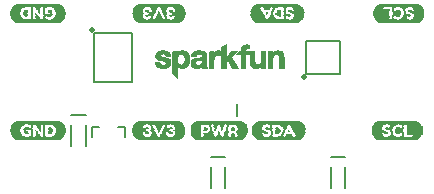
<source format=gto>
G75*
%MOIN*%
%OFA0B0*%
%FSLAX25Y25*%
%IPPOS*%
%LPD*%
%AMOC8*
5,1,8,0,0,1.08239X$1,22.5*
%
%ADD10C,0.02007*%
%ADD11C,0.00800*%
%ADD12C,0.02000*%
%ADD13C,0.00300*%
%ADD14R,0.12756X0.00157*%
%ADD15R,0.13701X0.00157*%
%ADD16R,0.14331X0.00157*%
%ADD17R,0.14961X0.00157*%
%ADD18R,0.15276X0.00157*%
%ADD19R,0.15591X0.00157*%
%ADD20R,0.15906X0.00157*%
%ADD21R,0.03780X0.00157*%
%ADD22R,0.07087X0.00157*%
%ADD23R,0.03465X0.00157*%
%ADD24R,0.01102X0.00157*%
%ADD25R,0.02362X0.00157*%
%ADD26R,0.03307X0.00157*%
%ADD27R,0.00787X0.00157*%
%ADD28R,0.00630X0.00157*%
%ADD29R,0.02047X0.00157*%
%ADD30R,0.03150X0.00157*%
%ADD31R,0.00472X0.00157*%
%ADD32R,0.01890X0.00157*%
%ADD33R,0.00315X0.00157*%
%ADD34R,0.01732X0.00157*%
%ADD35R,0.01575X0.00157*%
%ADD36R,0.01417X0.00157*%
%ADD37R,0.01260X0.00157*%
%ADD38R,0.04409X0.00157*%
%ADD39R,0.00945X0.00157*%
%ADD40R,0.03622X0.00157*%
%ADD41R,0.02205X0.00157*%
%ADD42R,0.05039X0.00157*%
%ADD43R,0.00157X0.00157*%
%ADD44R,0.02992X0.00157*%
%ADD45R,0.02520X0.00157*%
%ADD46R,0.14646X0.00157*%
%ADD47R,0.16220X0.00157*%
%ADD48R,0.16535X0.00157*%
%ADD49R,0.16850X0.00157*%
%ADD50R,0.04252X0.00157*%
%ADD51R,0.11969X0.00157*%
%ADD52R,0.04094X0.00157*%
%ADD53R,0.02835X0.00157*%
%ADD54R,0.03937X0.00157*%
%ADD55R,0.12126X0.00157*%
%ADD56R,0.13071X0.00157*%
%ADD57R,0.04882X0.00157*%
%ADD58R,0.05197X0.00157*%
%ADD59R,0.02677X0.00157*%
%ADD60R,0.14016X0.00157*%
%ADD61R,0.04567X0.00157*%
%ADD62R,0.05354X0.00157*%
%ADD63R,0.17165X0.00157*%
%ADD64R,0.17480X0.00157*%
%ADD65R,0.06614X0.00157*%
%ADD66R,0.06772X0.00157*%
D10*
X0171247Y0360455D03*
D11*
X0210873Y0314943D02*
X0210873Y0307857D01*
X0215794Y0307857D02*
X0215794Y0314943D01*
X0215794Y0318369D02*
X0210873Y0318369D01*
X0219583Y0332025D02*
X0219583Y0335775D01*
X0242658Y0345925D02*
X0242658Y0356875D01*
X0254008Y0356875D01*
X0254008Y0345925D01*
X0242658Y0345925D01*
X0250873Y0318369D02*
X0255794Y0318369D01*
X0255794Y0314943D02*
X0255794Y0307857D01*
X0250873Y0307857D02*
X0250873Y0314943D01*
X0182345Y0325006D02*
X0182345Y0328156D01*
X0179983Y0328156D01*
X0173684Y0328156D02*
X0171322Y0328156D01*
X0171322Y0325006D01*
X0169294Y0321857D02*
X0169294Y0328943D01*
X0169294Y0332369D02*
X0164373Y0332369D01*
X0164373Y0328943D02*
X0164373Y0321857D01*
X0172034Y0343132D02*
X0184633Y0343132D01*
X0184633Y0359668D01*
X0172034Y0359668D01*
X0172034Y0343132D01*
D12*
X0241958Y0345025D03*
D13*
X0235176Y0348051D02*
X0233640Y0348051D01*
X0233640Y0351515D01*
X0233601Y0351791D01*
X0233522Y0352027D01*
X0233404Y0352224D01*
X0233286Y0352381D01*
X0233129Y0352499D01*
X0232656Y0352578D01*
X0232105Y0352499D01*
X0231908Y0352381D01*
X0231751Y0352184D01*
X0231633Y0351988D01*
X0231554Y0351712D01*
X0231475Y0351358D01*
X0231475Y0348051D01*
X0229940Y0348051D01*
X0229940Y0352932D01*
X0229979Y0353641D01*
X0231396Y0353641D01*
X0231396Y0352854D01*
X0231436Y0352854D01*
X0231593Y0353090D01*
X0231751Y0353287D01*
X0231987Y0353444D01*
X0232184Y0353562D01*
X0232656Y0353720D01*
X0233129Y0353799D01*
X0233680Y0353720D01*
X0234152Y0353602D01*
X0234507Y0353405D01*
X0234743Y0353169D01*
X0234940Y0352814D01*
X0235097Y0352421D01*
X0235136Y0351988D01*
X0235176Y0351476D01*
X0235176Y0348051D01*
X0235176Y0348341D02*
X0233640Y0348341D01*
X0233640Y0348639D02*
X0235176Y0348639D01*
X0235176Y0348938D02*
X0233640Y0348938D01*
X0233640Y0349237D02*
X0235176Y0349237D01*
X0235176Y0349535D02*
X0233640Y0349535D01*
X0233640Y0349834D02*
X0235176Y0349834D01*
X0235176Y0350132D02*
X0233640Y0350132D01*
X0233640Y0350431D02*
X0235176Y0350431D01*
X0235176Y0350729D02*
X0233640Y0350729D01*
X0233640Y0351028D02*
X0235176Y0351028D01*
X0235176Y0351326D02*
X0233640Y0351326D01*
X0233625Y0351625D02*
X0235164Y0351625D01*
X0235141Y0351923D02*
X0233557Y0351923D01*
X0233406Y0352222D02*
X0235115Y0352222D01*
X0235057Y0352520D02*
X0233004Y0352520D01*
X0232250Y0352520D02*
X0229940Y0352520D01*
X0229940Y0352222D02*
X0231780Y0352222D01*
X0231614Y0351923D02*
X0229940Y0351923D01*
X0229940Y0351625D02*
X0231534Y0351625D01*
X0231475Y0351326D02*
X0229940Y0351326D01*
X0229940Y0351028D02*
X0231475Y0351028D01*
X0231475Y0350729D02*
X0229940Y0350729D01*
X0229940Y0350431D02*
X0231475Y0350431D01*
X0231475Y0350132D02*
X0229940Y0350132D01*
X0229940Y0349834D02*
X0231475Y0349834D01*
X0231475Y0349535D02*
X0229940Y0349535D01*
X0229940Y0349237D02*
X0231475Y0349237D01*
X0231475Y0348938D02*
X0229940Y0348938D01*
X0229940Y0348639D02*
X0231475Y0348639D01*
X0231475Y0348341D02*
X0229940Y0348341D01*
X0229113Y0348341D02*
X0227656Y0348341D01*
X0227656Y0348051D02*
X0227656Y0348838D01*
X0227499Y0348602D01*
X0227302Y0348444D01*
X0227105Y0348247D01*
X0226908Y0348129D01*
X0226436Y0347972D01*
X0226199Y0347932D01*
X0225924Y0347893D01*
X0225373Y0347972D01*
X0224940Y0348090D01*
X0224585Y0348287D01*
X0224310Y0348523D01*
X0224113Y0348877D01*
X0223995Y0349271D01*
X0223916Y0349704D01*
X0223916Y0353641D01*
X0225451Y0353641D01*
X0225451Y0350177D01*
X0225491Y0349901D01*
X0225570Y0349665D01*
X0225648Y0349468D01*
X0225806Y0349310D01*
X0225963Y0349192D01*
X0226160Y0349153D01*
X0226436Y0349114D01*
X0226711Y0349153D01*
X0226948Y0349192D01*
X0227144Y0349310D01*
X0227341Y0349507D01*
X0227459Y0349704D01*
X0227538Y0349980D01*
X0227577Y0350334D01*
X0227617Y0350728D01*
X0227617Y0353641D01*
X0229113Y0353641D01*
X0229113Y0348051D01*
X0227656Y0348051D01*
X0227199Y0348341D02*
X0224522Y0348341D01*
X0224245Y0348639D02*
X0227524Y0348639D01*
X0227656Y0348639D02*
X0229113Y0348639D01*
X0229113Y0348938D02*
X0224095Y0348938D01*
X0224005Y0349237D02*
X0225904Y0349237D01*
X0225621Y0349535D02*
X0223947Y0349535D01*
X0223916Y0349834D02*
X0225513Y0349834D01*
X0225458Y0350132D02*
X0223916Y0350132D01*
X0223916Y0350431D02*
X0225451Y0350431D01*
X0225451Y0350729D02*
X0223916Y0350729D01*
X0223916Y0351028D02*
X0225451Y0351028D01*
X0225451Y0351326D02*
X0223916Y0351326D01*
X0223916Y0351625D02*
X0225451Y0351625D01*
X0225451Y0351923D02*
X0223916Y0351923D01*
X0223916Y0352222D02*
X0225451Y0352222D01*
X0225451Y0352520D02*
X0223916Y0352520D01*
X0223916Y0352819D02*
X0225451Y0352819D01*
X0225451Y0353117D02*
X0223916Y0353117D01*
X0223916Y0353416D02*
X0225451Y0353416D01*
X0223483Y0353416D02*
X0220203Y0353416D01*
X0220136Y0353366D02*
X0220294Y0353484D01*
X0220412Y0353641D01*
X0220885Y0353641D01*
X0220885Y0354074D01*
X0220924Y0354429D01*
X0221003Y0354744D01*
X0221160Y0355019D01*
X0221357Y0355255D01*
X0221593Y0355492D01*
X0221908Y0355610D01*
X0222302Y0355728D01*
X0222735Y0355767D01*
X0223050Y0355767D01*
X0223168Y0355728D01*
X0223562Y0355728D01*
X0223562Y0354586D01*
X0222853Y0354586D01*
X0222617Y0354507D01*
X0222538Y0354468D01*
X0222499Y0354350D01*
X0222459Y0354271D01*
X0222420Y0354114D01*
X0222420Y0353641D01*
X0223483Y0353641D01*
X0223483Y0352618D01*
X0222420Y0352618D01*
X0222420Y0348051D01*
X0220885Y0348051D01*
X0220885Y0352618D01*
X0219388Y0352618D01*
X0219625Y0352854D01*
X0219782Y0352972D01*
X0219900Y0353129D01*
X0220136Y0353366D01*
X0219891Y0353117D02*
X0223483Y0353117D01*
X0223483Y0352819D02*
X0219590Y0352819D01*
X0219169Y0353117D02*
X0217389Y0353117D01*
X0217102Y0352819D02*
X0218865Y0352819D01*
X0218561Y0352520D02*
X0216815Y0352520D01*
X0216529Y0352222D02*
X0218257Y0352222D01*
X0217952Y0351923D02*
X0216242Y0351923D01*
X0215963Y0351923D02*
X0214467Y0351923D01*
X0214467Y0351625D02*
X0217648Y0351625D01*
X0217617Y0351594D02*
X0219940Y0348051D01*
X0218089Y0348051D01*
X0216554Y0350570D01*
X0215963Y0349980D01*
X0215963Y0348051D01*
X0214467Y0348051D01*
X0214467Y0354901D01*
X0215963Y0355767D01*
X0215963Y0351633D01*
X0217892Y0353641D01*
X0219703Y0353641D01*
X0217617Y0351594D01*
X0217792Y0351326D02*
X0214467Y0351326D01*
X0214467Y0351028D02*
X0217988Y0351028D01*
X0218184Y0350729D02*
X0214467Y0350729D01*
X0214467Y0350431D02*
X0216414Y0350431D01*
X0216639Y0350431D02*
X0218379Y0350431D01*
X0218575Y0350132D02*
X0216821Y0350132D01*
X0217003Y0349834D02*
X0218771Y0349834D01*
X0218966Y0349535D02*
X0217185Y0349535D01*
X0217367Y0349237D02*
X0219162Y0349237D01*
X0219358Y0348938D02*
X0217548Y0348938D01*
X0217730Y0348639D02*
X0219554Y0348639D01*
X0219749Y0348341D02*
X0217912Y0348341D01*
X0215963Y0348341D02*
X0214467Y0348341D01*
X0214467Y0348639D02*
X0215963Y0348639D01*
X0215963Y0348938D02*
X0214467Y0348938D01*
X0214467Y0349237D02*
X0215963Y0349237D01*
X0215963Y0349535D02*
X0214467Y0349535D01*
X0214467Y0349834D02*
X0215963Y0349834D01*
X0216116Y0350132D02*
X0214467Y0350132D01*
X0214467Y0352222D02*
X0215963Y0352222D01*
X0215963Y0352520D02*
X0214467Y0352520D01*
X0214467Y0352819D02*
X0215963Y0352819D01*
X0215963Y0353117D02*
X0214467Y0353117D01*
X0214467Y0353416D02*
X0215963Y0353416D01*
X0215963Y0353714D02*
X0214467Y0353714D01*
X0214467Y0354013D02*
X0215963Y0354013D01*
X0215963Y0354311D02*
X0214467Y0354311D01*
X0214467Y0354610D02*
X0215963Y0354610D01*
X0215963Y0354908D02*
X0214480Y0354908D01*
X0214995Y0355207D02*
X0215963Y0355207D01*
X0215963Y0355505D02*
X0215511Y0355505D01*
X0213798Y0353759D02*
X0213837Y0353720D01*
X0213837Y0352303D01*
X0213798Y0352303D01*
X0213719Y0352342D01*
X0213286Y0352342D01*
X0212892Y0352303D01*
X0212577Y0352224D01*
X0212341Y0352066D01*
X0212105Y0351830D01*
X0211869Y0351279D01*
X0211790Y0350925D01*
X0211790Y0348051D01*
X0210255Y0348051D01*
X0210255Y0353366D01*
X0210648Y0353444D01*
X0210806Y0353484D01*
X0211003Y0353484D01*
X0211199Y0353523D01*
X0211357Y0353562D01*
X0211554Y0353602D01*
X0211711Y0353641D01*
X0211711Y0352578D01*
X0211751Y0352578D01*
X0211869Y0352854D01*
X0212026Y0353090D01*
X0212223Y0353287D01*
X0212696Y0353602D01*
X0213247Y0353759D01*
X0213798Y0353759D01*
X0213837Y0353714D02*
X0213089Y0353714D01*
X0212416Y0353416D02*
X0213837Y0353416D01*
X0213837Y0353117D02*
X0212053Y0353117D01*
X0211711Y0353117D02*
X0210255Y0353117D01*
X0210255Y0352819D02*
X0211711Y0352819D01*
X0211854Y0352819D02*
X0213837Y0352819D01*
X0213837Y0352520D02*
X0210255Y0352520D01*
X0210255Y0352222D02*
X0212574Y0352222D01*
X0212198Y0351923D02*
X0210255Y0351923D01*
X0210255Y0351625D02*
X0212017Y0351625D01*
X0211889Y0351326D02*
X0210255Y0351326D01*
X0210255Y0351028D02*
X0211813Y0351028D01*
X0211790Y0350729D02*
X0210255Y0350729D01*
X0210255Y0350431D02*
X0211790Y0350431D01*
X0211790Y0350132D02*
X0210255Y0350132D01*
X0210255Y0349834D02*
X0211790Y0349834D01*
X0211790Y0349535D02*
X0210255Y0349535D01*
X0210255Y0349237D02*
X0211790Y0349237D01*
X0211790Y0348938D02*
X0210255Y0348938D01*
X0210255Y0348639D02*
X0211790Y0348639D01*
X0211790Y0348341D02*
X0210255Y0348341D01*
X0209585Y0348090D02*
X0209585Y0348051D01*
X0208050Y0348051D01*
X0208050Y0348129D01*
X0208010Y0348169D01*
X0208010Y0348208D01*
X0207971Y0348247D01*
X0207971Y0348484D01*
X0207932Y0348523D01*
X0207932Y0348602D01*
X0207853Y0348523D01*
X0207774Y0348405D01*
X0207656Y0348326D01*
X0207538Y0348287D01*
X0207420Y0348208D01*
X0207341Y0348169D01*
X0207223Y0348090D01*
X0207105Y0348051D01*
X0206948Y0348011D01*
X0206829Y0347972D01*
X0206711Y0347972D01*
X0206593Y0347932D01*
X0206318Y0347932D01*
X0206199Y0347893D01*
X0205885Y0347893D01*
X0205688Y0347932D01*
X0205491Y0347932D01*
X0205333Y0348011D01*
X0205176Y0348051D01*
X0204861Y0348208D01*
X0204743Y0348287D01*
X0204507Y0348523D01*
X0204388Y0348681D01*
X0204310Y0348838D01*
X0204231Y0349153D01*
X0204192Y0349350D01*
X0204192Y0349547D01*
X0204231Y0349980D01*
X0204349Y0350334D01*
X0204546Y0350610D01*
X0204782Y0350846D01*
X0205058Y0351003D01*
X0205373Y0351121D01*
X0205727Y0351200D01*
X0206042Y0351240D01*
X0206357Y0350413D01*
X0205963Y0350216D01*
X0205806Y0350058D01*
X0205727Y0349901D01*
X0205727Y0349744D01*
X0205688Y0349625D01*
X0205727Y0349547D01*
X0205727Y0349468D01*
X0205766Y0349350D01*
X0205766Y0349310D01*
X0205806Y0349232D01*
X0205924Y0349114D01*
X0206003Y0349074D01*
X0206042Y0349035D01*
X0206121Y0348995D01*
X0206199Y0348995D01*
X0206278Y0348956D01*
X0206869Y0348956D01*
X0207341Y0349074D01*
X0207459Y0349153D01*
X0207656Y0349350D01*
X0207696Y0349468D01*
X0207774Y0349547D01*
X0207814Y0349665D01*
X0207814Y0349783D01*
X0207853Y0349862D01*
X0207853Y0349980D01*
X0207892Y0350058D01*
X0207892Y0350806D01*
X0207814Y0350767D01*
X0207774Y0350728D01*
X0207696Y0350688D01*
X0207656Y0350649D01*
X0207577Y0350649D01*
X0207420Y0350570D01*
X0207223Y0350570D01*
X0207066Y0351397D01*
X0207341Y0351436D01*
X0207577Y0351515D01*
X0207735Y0351633D01*
X0207853Y0351791D01*
X0207892Y0351988D01*
X0207892Y0352106D01*
X0207853Y0352224D01*
X0207853Y0352303D01*
X0207774Y0352460D01*
X0207656Y0352578D01*
X0207420Y0352696D01*
X0207341Y0352696D01*
X0207262Y0352736D01*
X0206987Y0352736D01*
X0206908Y0352775D01*
X0206790Y0352736D01*
X0206593Y0352736D01*
X0206475Y0352696D01*
X0206396Y0352696D01*
X0206239Y0352618D01*
X0206003Y0352381D01*
X0205924Y0352224D01*
X0205924Y0352106D01*
X0205885Y0352027D01*
X0205885Y0351909D01*
X0204349Y0351909D01*
X0204388Y0352184D01*
X0204428Y0352381D01*
X0204507Y0352618D01*
X0204625Y0352814D01*
X0204743Y0352972D01*
X0204900Y0353129D01*
X0205215Y0353366D01*
X0205412Y0353484D01*
X0205806Y0353641D01*
X0206514Y0353759D01*
X0207381Y0353759D01*
X0207617Y0353720D01*
X0207814Y0353720D01*
X0208010Y0353681D01*
X0208247Y0353602D01*
X0208404Y0353562D01*
X0208601Y0353484D01*
X0208759Y0353405D01*
X0208916Y0353287D01*
X0209192Y0353011D01*
X0209270Y0352814D01*
X0209349Y0352657D01*
X0209428Y0352184D01*
X0209428Y0348641D01*
X0209467Y0348562D01*
X0209467Y0348405D01*
X0209507Y0348326D01*
X0209507Y0348287D01*
X0209546Y0348208D01*
X0209546Y0348169D01*
X0209585Y0348090D01*
X0209499Y0348341D02*
X0207971Y0348341D01*
X0207678Y0348341D02*
X0204689Y0348341D01*
X0204419Y0348639D02*
X0209429Y0348639D01*
X0209428Y0348938D02*
X0204285Y0348938D01*
X0204214Y0349237D02*
X0205803Y0349237D01*
X0205727Y0349535D02*
X0204192Y0349535D01*
X0204218Y0349834D02*
X0205727Y0349834D01*
X0205879Y0350132D02*
X0204282Y0350132D01*
X0204418Y0350431D02*
X0206350Y0350431D01*
X0206471Y0350431D01*
X0206436Y0350413D02*
X0206357Y0350413D01*
X0206042Y0351240D01*
X0206396Y0351318D01*
X0206751Y0351358D01*
X0207066Y0351397D01*
X0207223Y0350570D01*
X0207144Y0350531D01*
X0206987Y0350531D01*
X0206869Y0350492D01*
X0206711Y0350492D01*
X0206593Y0350452D01*
X0206514Y0350452D01*
X0206436Y0350413D01*
X0206236Y0350729D02*
X0207193Y0350729D01*
X0207776Y0350729D01*
X0207892Y0350729D02*
X0209428Y0350729D01*
X0209428Y0350431D02*
X0207892Y0350431D01*
X0207892Y0350132D02*
X0209428Y0350132D01*
X0209428Y0349834D02*
X0207839Y0349834D01*
X0207763Y0349535D02*
X0209428Y0349535D01*
X0209428Y0349237D02*
X0207543Y0349237D01*
X0207072Y0348042D02*
X0205208Y0348042D01*
X0203404Y0349232D02*
X0202066Y0349862D01*
X0201751Y0349389D01*
X0201514Y0349232D01*
X0201239Y0349114D01*
X0200885Y0349074D01*
X0200530Y0349114D01*
X0200255Y0349232D01*
X0200018Y0349389D01*
X0199703Y0349862D01*
X0199546Y0350492D01*
X0199546Y0351161D01*
X0199703Y0351791D01*
X0199822Y0352066D01*
X0200018Y0352303D01*
X0200255Y0352460D01*
X0200530Y0352578D01*
X0200885Y0352618D01*
X0201199Y0352578D01*
X0201475Y0352460D01*
X0201711Y0352303D01*
X0201908Y0352066D01*
X0202026Y0351791D01*
X0202144Y0351476D01*
X0202223Y0350846D01*
X0203719Y0350806D01*
X0203719Y0351358D01*
X0203601Y0351909D01*
X0203404Y0352421D01*
X0203129Y0352893D01*
X0202774Y0353247D01*
X0202341Y0353523D01*
X0201829Y0353720D01*
X0201199Y0353799D01*
X0200491Y0353681D01*
X0200255Y0353562D01*
X0199861Y0353326D01*
X0199546Y0352932D01*
X0199546Y0353641D01*
X0199349Y0353602D01*
X0199192Y0353562D01*
X0198798Y0353484D01*
X0198640Y0353484D01*
X0198444Y0353444D01*
X0198286Y0353405D01*
X0198089Y0353366D01*
X0198089Y0346121D01*
X0198286Y0345925D01*
X0198483Y0345767D01*
X0198837Y0345413D01*
X0199231Y0345098D01*
X0199428Y0344901D01*
X0199625Y0344744D01*
X0199625Y0348759D01*
X0199782Y0348562D01*
X0199940Y0348405D01*
X0200136Y0348247D01*
X0200333Y0348129D01*
X0200806Y0347972D01*
X0201042Y0347932D01*
X0201278Y0347932D01*
X0201869Y0347972D01*
X0202381Y0348169D01*
X0202774Y0348444D01*
X0203129Y0348799D01*
X0203404Y0349232D01*
X0202066Y0349862D01*
X0202144Y0350177D01*
X0202184Y0350492D01*
X0202223Y0350846D01*
X0203719Y0350806D01*
X0203680Y0350255D01*
X0203601Y0349704D01*
X0203404Y0349232D01*
X0203406Y0349237D02*
X0203394Y0349237D01*
X0201522Y0349237D01*
X0201848Y0349535D02*
X0202760Y0349535D01*
X0203531Y0349535D01*
X0203620Y0349834D02*
X0202125Y0349834D01*
X0202047Y0349834D01*
X0202133Y0350132D02*
X0203662Y0350132D01*
X0203692Y0350431D02*
X0202176Y0350431D01*
X0202210Y0350729D02*
X0203714Y0350729D01*
X0203719Y0351028D02*
X0202200Y0351028D01*
X0202163Y0351326D02*
X0203719Y0351326D01*
X0203662Y0351625D02*
X0202089Y0351625D01*
X0201970Y0351923D02*
X0203596Y0351923D01*
X0203481Y0352222D02*
X0201779Y0352222D01*
X0201335Y0352520D02*
X0203346Y0352520D01*
X0203172Y0352819D02*
X0198089Y0352819D01*
X0198089Y0353117D02*
X0199546Y0353117D01*
X0199694Y0353117D02*
X0202905Y0353117D01*
X0202510Y0353416D02*
X0200010Y0353416D01*
X0199546Y0353416D02*
X0198329Y0353416D01*
X0198089Y0352520D02*
X0200395Y0352520D01*
X0199951Y0352222D02*
X0198089Y0352222D01*
X0198089Y0351923D02*
X0199760Y0351923D01*
X0199662Y0351625D02*
X0198089Y0351625D01*
X0198089Y0351326D02*
X0199587Y0351326D01*
X0199546Y0351028D02*
X0198089Y0351028D01*
X0198089Y0350729D02*
X0199546Y0350729D01*
X0199561Y0350431D02*
X0198089Y0350431D01*
X0198089Y0350132D02*
X0199636Y0350132D01*
X0199722Y0349834D02*
X0198089Y0349834D01*
X0198089Y0349535D02*
X0199921Y0349535D01*
X0200247Y0349237D02*
X0198089Y0349237D01*
X0198089Y0348938D02*
X0203217Y0348938D01*
X0202969Y0348639D02*
X0199720Y0348639D01*
X0199625Y0348639D02*
X0198089Y0348639D01*
X0198089Y0348341D02*
X0199625Y0348341D01*
X0199625Y0348042D02*
X0198089Y0348042D01*
X0198089Y0347744D02*
X0199625Y0347744D01*
X0199625Y0347445D02*
X0198089Y0347445D01*
X0198089Y0347147D02*
X0199625Y0347147D01*
X0199625Y0346848D02*
X0198089Y0346848D01*
X0198089Y0346550D02*
X0199625Y0346550D01*
X0199625Y0346251D02*
X0198089Y0346251D01*
X0198258Y0345953D02*
X0199625Y0345953D01*
X0199625Y0345654D02*
X0198596Y0345654D01*
X0198908Y0345356D02*
X0199625Y0345356D01*
X0199625Y0345057D02*
X0199271Y0345057D01*
X0199606Y0344759D02*
X0199625Y0344759D01*
X0200594Y0348042D02*
X0202052Y0348042D01*
X0202627Y0348341D02*
X0200020Y0348341D01*
X0197420Y0349350D02*
X0197223Y0348956D01*
X0196987Y0348602D01*
X0196672Y0348366D01*
X0196278Y0348169D01*
X0195845Y0348011D01*
X0195373Y0347932D01*
X0194428Y0347932D01*
X0193955Y0348011D01*
X0193522Y0348169D01*
X0193129Y0348366D01*
X0192814Y0348602D01*
X0192538Y0348956D01*
X0192381Y0349389D01*
X0192302Y0349862D01*
X0193759Y0349862D01*
X0193798Y0349625D01*
X0193877Y0349468D01*
X0193955Y0349271D01*
X0194113Y0349153D01*
X0194507Y0348995D01*
X0194703Y0348956D01*
X0194940Y0348917D01*
X0195097Y0348956D01*
X0195255Y0348956D01*
X0195451Y0349035D01*
X0195609Y0349074D01*
X0195845Y0349310D01*
X0195924Y0349468D01*
X0195924Y0349665D01*
X0195885Y0349822D01*
X0195806Y0349940D01*
X0195688Y0350058D01*
X0195491Y0350177D01*
X0194940Y0350334D01*
X0194585Y0350413D01*
X0194192Y0350492D01*
X0193877Y0350610D01*
X0193562Y0350688D01*
X0193247Y0350806D01*
X0192971Y0350964D01*
X0192577Y0351358D01*
X0192459Y0351673D01*
X0192420Y0351988D01*
X0192499Y0352499D01*
X0192656Y0352893D01*
X0192892Y0353169D01*
X0193207Y0353405D01*
X0193562Y0353602D01*
X0193955Y0353720D01*
X0194388Y0353759D01*
X0194861Y0353799D01*
X0195727Y0353720D01*
X0196121Y0353602D01*
X0196475Y0353405D01*
X0196790Y0353169D01*
X0197066Y0352854D01*
X0197223Y0352460D01*
X0197302Y0352027D01*
X0195845Y0352027D01*
X0195806Y0352224D01*
X0195766Y0352381D01*
X0195530Y0352618D01*
X0195373Y0352696D01*
X0195215Y0352736D01*
X0195018Y0352775D01*
X0194664Y0352775D01*
X0194546Y0352736D01*
X0194388Y0352736D01*
X0194270Y0352696D01*
X0194034Y0352539D01*
X0193995Y0352421D01*
X0193955Y0352263D01*
X0193995Y0352066D01*
X0194113Y0351909D01*
X0194270Y0351791D01*
X0194507Y0351712D01*
X0195058Y0351555D01*
X0195373Y0351515D01*
X0195688Y0351436D01*
X0196042Y0351358D01*
X0196357Y0351240D01*
X0196633Y0351121D01*
X0196908Y0350964D01*
X0197144Y0350767D01*
X0197302Y0350531D01*
X0197420Y0350216D01*
X0197459Y0349862D01*
X0197420Y0349350D01*
X0197363Y0349237D02*
X0195771Y0349237D01*
X0195924Y0349535D02*
X0197434Y0349535D01*
X0197457Y0349834D02*
X0195877Y0349834D01*
X0195565Y0350132D02*
X0197429Y0350132D01*
X0197339Y0350431D02*
X0194497Y0350431D01*
X0193763Y0349834D02*
X0192307Y0349834D01*
X0192356Y0349535D02*
X0193843Y0349535D01*
X0194001Y0349237D02*
X0192436Y0349237D01*
X0192552Y0348938D02*
X0194812Y0348938D01*
X0195025Y0348938D02*
X0197211Y0348938D01*
X0197012Y0348639D02*
X0192784Y0348639D01*
X0193178Y0348341D02*
X0196623Y0348341D01*
X0195931Y0348042D02*
X0193869Y0348042D01*
X0193453Y0350729D02*
X0197170Y0350729D01*
X0196797Y0351028D02*
X0192908Y0351028D01*
X0192609Y0351326D02*
X0196126Y0351326D01*
X0195806Y0352222D02*
X0197266Y0352222D01*
X0197199Y0352520D02*
X0195628Y0352520D01*
X0195746Y0353714D02*
X0193936Y0353714D01*
X0193227Y0353416D02*
X0196456Y0353416D01*
X0196835Y0353117D02*
X0192848Y0353117D01*
X0192626Y0352819D02*
X0197080Y0352819D01*
X0194812Y0351625D02*
X0192477Y0351625D01*
X0192428Y0351923D02*
X0194102Y0351923D01*
X0193964Y0352222D02*
X0192456Y0352222D01*
X0192507Y0352520D02*
X0194028Y0352520D01*
X0200693Y0353714D02*
X0201844Y0353714D01*
X0204474Y0352520D02*
X0206141Y0352520D01*
X0205924Y0352222D02*
X0204396Y0352222D01*
X0204351Y0351923D02*
X0205885Y0351923D01*
X0206466Y0351326D02*
X0207079Y0351326D01*
X0209428Y0351326D01*
X0209428Y0351028D02*
X0207136Y0351028D01*
X0206123Y0351028D01*
X0205122Y0351028D01*
X0204665Y0350729D02*
X0206236Y0350729D01*
X0207723Y0351625D02*
X0209428Y0351625D01*
X0209428Y0351923D02*
X0207879Y0351923D01*
X0207854Y0352222D02*
X0209422Y0352222D01*
X0209372Y0352520D02*
X0207714Y0352520D01*
X0207842Y0353714D02*
X0206244Y0353714D01*
X0205299Y0353416D02*
X0208737Y0353416D01*
X0209086Y0353117D02*
X0204888Y0353117D01*
X0204628Y0352819D02*
X0209269Y0352819D01*
X0210505Y0353416D02*
X0211711Y0353416D01*
X0217676Y0353416D02*
X0219474Y0353416D01*
X0220885Y0353714D02*
X0222420Y0353714D01*
X0222420Y0354013D02*
X0220885Y0354013D01*
X0220911Y0354311D02*
X0222479Y0354311D01*
X0223562Y0354610D02*
X0220969Y0354610D01*
X0221097Y0354908D02*
X0223562Y0354908D01*
X0223562Y0355207D02*
X0221316Y0355207D01*
X0221630Y0355505D02*
X0223562Y0355505D01*
X0222420Y0352520D02*
X0220885Y0352520D01*
X0220885Y0352222D02*
X0222420Y0352222D01*
X0222420Y0351923D02*
X0220885Y0351923D01*
X0220885Y0351625D02*
X0222420Y0351625D01*
X0222420Y0351326D02*
X0220885Y0351326D01*
X0220885Y0351028D02*
X0222420Y0351028D01*
X0222420Y0350729D02*
X0220885Y0350729D01*
X0220885Y0350431D02*
X0222420Y0350431D01*
X0222420Y0350132D02*
X0220885Y0350132D01*
X0220885Y0349834D02*
X0222420Y0349834D01*
X0222420Y0349535D02*
X0220885Y0349535D01*
X0220885Y0349237D02*
X0222420Y0349237D01*
X0222420Y0348938D02*
X0220885Y0348938D01*
X0220885Y0348639D02*
X0222420Y0348639D01*
X0222420Y0348341D02*
X0220885Y0348341D01*
X0225114Y0348042D02*
X0226648Y0348042D01*
X0227021Y0349237D02*
X0229113Y0349237D01*
X0229113Y0349535D02*
X0227358Y0349535D01*
X0227496Y0349834D02*
X0229113Y0349834D01*
X0229113Y0350132D02*
X0227555Y0350132D01*
X0227587Y0350431D02*
X0229113Y0350431D01*
X0229113Y0350729D02*
X0227617Y0350729D01*
X0227617Y0351028D02*
X0229113Y0351028D01*
X0229113Y0351326D02*
X0227617Y0351326D01*
X0227617Y0351625D02*
X0229113Y0351625D01*
X0229113Y0351923D02*
X0227617Y0351923D01*
X0227617Y0352222D02*
X0229113Y0352222D01*
X0229113Y0352520D02*
X0227617Y0352520D01*
X0227617Y0352819D02*
X0229113Y0352819D01*
X0229113Y0353117D02*
X0227617Y0353117D01*
X0227617Y0353416D02*
X0229113Y0353416D01*
X0229966Y0353416D02*
X0231396Y0353416D01*
X0231396Y0353117D02*
X0229950Y0353117D01*
X0229940Y0352819D02*
X0234937Y0352819D01*
X0234771Y0353117D02*
X0231615Y0353117D01*
X0231944Y0353416D02*
X0234487Y0353416D01*
X0233703Y0353714D02*
X0232639Y0353714D01*
D14*
X0193621Y0362750D03*
X0193621Y0369050D03*
X0193546Y0330050D03*
X0193546Y0323750D03*
D15*
X0193546Y0323908D03*
X0193546Y0329892D03*
X0153361Y0330050D03*
X0153361Y0323750D03*
X0153306Y0362750D03*
X0153306Y0369050D03*
X0193621Y0368892D03*
X0193621Y0362908D03*
X0273593Y0363065D03*
X0273593Y0368735D03*
X0273073Y0329735D03*
X0273073Y0324065D03*
D16*
X0273073Y0324223D03*
X0273073Y0329577D03*
X0273593Y0363223D03*
X0273593Y0368577D03*
X0213676Y0330050D03*
X0213676Y0323750D03*
X0193546Y0324065D03*
X0193546Y0329735D03*
X0193621Y0363065D03*
X0193621Y0368735D03*
D17*
X0193621Y0368577D03*
X0193621Y0363223D03*
X0193546Y0329577D03*
X0193546Y0324223D03*
X0273073Y0324538D03*
X0273073Y0329262D03*
X0273593Y0363538D03*
X0273593Y0368262D03*
D18*
X0273593Y0368105D03*
X0273593Y0363695D03*
X0233121Y0363223D03*
X0233121Y0368577D03*
X0193621Y0368420D03*
X0193621Y0363380D03*
X0153306Y0363065D03*
X0153306Y0368735D03*
X0153361Y0329735D03*
X0153361Y0324065D03*
X0193546Y0324380D03*
X0193546Y0329420D03*
X0213676Y0329892D03*
X0213676Y0323908D03*
X0233546Y0324223D03*
X0233546Y0329577D03*
X0273073Y0329105D03*
X0273073Y0324695D03*
D19*
X0233546Y0324380D03*
X0233546Y0329420D03*
X0193546Y0329262D03*
X0193546Y0324538D03*
X0193621Y0363538D03*
X0193621Y0368262D03*
X0233121Y0368420D03*
X0233121Y0363380D03*
D20*
X0233121Y0363538D03*
X0233121Y0368262D03*
X0193621Y0368105D03*
X0193621Y0363695D03*
X0153306Y0363223D03*
X0153306Y0368577D03*
X0153361Y0329577D03*
X0153361Y0324223D03*
X0193546Y0324695D03*
X0193546Y0329105D03*
X0213676Y0329735D03*
X0213676Y0324065D03*
X0233546Y0324538D03*
X0233546Y0329262D03*
D21*
X0227168Y0328947D03*
X0226538Y0326900D03*
X0221314Y0326428D03*
X0221314Y0326270D03*
X0220841Y0328790D03*
X0210290Y0324853D03*
X0200396Y0326900D03*
X0199766Y0328947D03*
X0187325Y0328947D03*
X0186696Y0327530D03*
X0160369Y0328475D03*
X0160211Y0328632D03*
X0146510Y0328632D03*
X0146353Y0328475D03*
X0146455Y0364168D03*
X0146298Y0364325D03*
X0160156Y0364168D03*
X0160314Y0364325D03*
X0186770Y0365900D03*
X0187400Y0363853D03*
X0199841Y0363853D03*
X0200471Y0365270D03*
X0226113Y0366530D03*
X0226113Y0366687D03*
X0239499Y0363853D03*
X0240129Y0365900D03*
X0279499Y0363853D03*
X0280129Y0365900D03*
X0267168Y0328947D03*
X0266538Y0326900D03*
X0240554Y0326270D03*
X0240554Y0326113D03*
D22*
X0277325Y0328947D03*
X0269341Y0363853D03*
X0193621Y0363853D03*
X0193546Y0328947D03*
D23*
X0200081Y0328790D03*
X0200554Y0327372D03*
X0200554Y0327215D03*
X0200554Y0326743D03*
X0200554Y0326585D03*
X0199924Y0324853D03*
X0205881Y0326113D03*
X0205881Y0326270D03*
X0205881Y0326428D03*
X0205881Y0326585D03*
X0205881Y0326743D03*
X0205881Y0326900D03*
X0205881Y0327057D03*
X0205881Y0327215D03*
X0205881Y0327372D03*
X0205881Y0327530D03*
X0205881Y0327687D03*
X0210290Y0325325D03*
X0210290Y0325168D03*
X0210290Y0325010D03*
X0221314Y0325955D03*
X0221471Y0326743D03*
X0221471Y0326900D03*
X0221156Y0328475D03*
X0220999Y0328632D03*
X0226381Y0327687D03*
X0226381Y0327530D03*
X0226381Y0327372D03*
X0226853Y0325010D03*
X0240554Y0325798D03*
X0240554Y0325955D03*
X0266381Y0327215D03*
X0266381Y0327372D03*
X0266381Y0327530D03*
X0266381Y0327687D03*
X0266853Y0328790D03*
X0266853Y0325010D03*
X0267010Y0324853D03*
X0279814Y0364010D03*
X0280286Y0365113D03*
X0280286Y0365270D03*
X0280286Y0365428D03*
X0280286Y0365585D03*
X0279814Y0367790D03*
X0279656Y0367947D03*
X0240286Y0365428D03*
X0240286Y0365270D03*
X0240286Y0365113D03*
X0239814Y0367790D03*
X0226113Y0367002D03*
X0226113Y0366845D03*
X0200629Y0366530D03*
X0200629Y0365113D03*
X0200156Y0364010D03*
X0199999Y0367947D03*
X0187243Y0367947D03*
X0186613Y0366215D03*
X0186613Y0366057D03*
X0186613Y0365585D03*
X0186613Y0365428D03*
X0187085Y0364010D03*
X0160786Y0365113D03*
X0160786Y0365270D03*
X0160629Y0364798D03*
X0160471Y0364483D03*
X0160786Y0366530D03*
X0160786Y0366687D03*
X0160629Y0367002D03*
X0160629Y0367160D03*
X0160471Y0367317D03*
X0146140Y0367317D03*
X0145983Y0367160D03*
X0145983Y0367002D03*
X0145825Y0366687D03*
X0145825Y0365113D03*
X0145983Y0364798D03*
X0146196Y0328317D03*
X0146038Y0328002D03*
X0145881Y0327687D03*
X0145881Y0327530D03*
X0145881Y0326270D03*
X0145881Y0326113D03*
X0146038Y0325798D03*
X0146038Y0325640D03*
X0146196Y0325483D03*
X0160526Y0325483D03*
X0160684Y0325640D03*
X0160684Y0325798D03*
X0160841Y0326113D03*
X0160841Y0327687D03*
X0160684Y0328002D03*
X0186538Y0327687D03*
X0187010Y0328790D03*
X0186538Y0326270D03*
X0187168Y0324853D03*
D24*
X0189609Y0325955D03*
X0189609Y0326113D03*
X0189451Y0327530D03*
X0189609Y0327687D03*
X0191026Y0328790D03*
X0191499Y0327215D03*
X0193546Y0327215D03*
X0193546Y0327372D03*
X0196066Y0328790D03*
X0197325Y0327530D03*
X0197483Y0327687D03*
X0197483Y0326113D03*
X0197483Y0325955D03*
X0209109Y0327057D03*
X0210999Y0326428D03*
X0212416Y0328317D03*
X0214621Y0328317D03*
X0216196Y0326585D03*
X0216196Y0326428D03*
X0216196Y0326270D03*
X0218243Y0325483D03*
X0218243Y0325325D03*
X0218243Y0327057D03*
X0218243Y0327215D03*
X0218243Y0327687D03*
X0229451Y0325955D03*
X0230869Y0328790D03*
X0234491Y0325010D03*
X0269451Y0325955D03*
X0270711Y0327215D03*
X0271026Y0327845D03*
X0271184Y0328160D03*
X0271341Y0328317D03*
X0273388Y0327845D03*
X0274806Y0328790D03*
X0271341Y0325325D03*
X0271861Y0364010D03*
X0273278Y0364955D03*
X0275325Y0364483D03*
X0275483Y0364640D03*
X0275640Y0364955D03*
X0275955Y0365585D03*
X0277215Y0366845D03*
X0275325Y0367475D03*
X0237215Y0366845D03*
X0235798Y0364010D03*
X0232176Y0367790D03*
X0197715Y0365270D03*
X0197558Y0365113D03*
X0197558Y0366687D03*
X0197558Y0366845D03*
X0195668Y0365585D03*
X0196140Y0364010D03*
X0193621Y0365428D03*
X0193621Y0365585D03*
X0191101Y0364010D03*
X0189841Y0365270D03*
X0189684Y0365113D03*
X0189684Y0366687D03*
X0189684Y0366845D03*
X0157715Y0365585D03*
X0157085Y0364955D03*
X0152991Y0364798D03*
X0153463Y0367160D03*
X0149369Y0366845D03*
X0149369Y0365113D03*
X0149581Y0327845D03*
X0148951Y0327215D03*
X0153203Y0325640D03*
X0153676Y0328002D03*
X0157298Y0327687D03*
X0157298Y0325955D03*
D25*
X0193546Y0328632D03*
X0193546Y0328790D03*
X0195908Y0326585D03*
X0230239Y0327687D03*
X0237010Y0324853D03*
X0270239Y0327687D03*
X0271499Y0328790D03*
X0275168Y0364010D03*
X0276428Y0365113D03*
X0236428Y0365113D03*
X0229656Y0367947D03*
X0193621Y0364168D03*
X0193621Y0364010D03*
X0191259Y0366215D03*
D26*
X0187007Y0367790D03*
X0186534Y0366687D03*
X0186534Y0366530D03*
X0186534Y0366372D03*
X0186534Y0365270D03*
X0186534Y0365113D03*
X0186692Y0364640D03*
X0186849Y0364325D03*
X0187007Y0364168D03*
X0200235Y0364168D03*
X0200392Y0364325D03*
X0200550Y0364640D03*
X0200550Y0364798D03*
X0200550Y0364955D03*
X0200707Y0366687D03*
X0200235Y0367790D03*
X0226034Y0367160D03*
X0240050Y0367475D03*
X0240207Y0367160D03*
X0240207Y0367002D03*
X0240207Y0366845D03*
X0240207Y0364955D03*
X0240207Y0364798D03*
X0240207Y0364640D03*
X0240050Y0364483D03*
X0240050Y0364325D03*
X0239892Y0364168D03*
X0275168Y0363853D03*
X0279892Y0364168D03*
X0280050Y0364325D03*
X0280050Y0364483D03*
X0280207Y0364640D03*
X0280207Y0364798D03*
X0280207Y0364955D03*
X0280207Y0366845D03*
X0280207Y0367002D03*
X0271499Y0328947D03*
X0266774Y0328632D03*
X0266617Y0328475D03*
X0266617Y0328317D03*
X0266459Y0328160D03*
X0266459Y0328002D03*
X0266459Y0327845D03*
X0266459Y0325955D03*
X0266459Y0325798D03*
X0240633Y0325640D03*
X0226617Y0325325D03*
X0226459Y0325640D03*
X0226459Y0325798D03*
X0226459Y0325955D03*
X0226459Y0327845D03*
X0226459Y0328002D03*
X0226459Y0328160D03*
X0226617Y0328317D03*
X0226617Y0328475D03*
X0226774Y0328632D03*
X0221550Y0327687D03*
X0221550Y0327530D03*
X0221550Y0327372D03*
X0221550Y0327215D03*
X0221550Y0327057D03*
X0221392Y0327845D03*
X0221392Y0328002D03*
X0221392Y0328160D03*
X0221235Y0328317D03*
X0221392Y0325798D03*
X0221392Y0325640D03*
X0210211Y0325640D03*
X0210211Y0325483D03*
X0205959Y0325640D03*
X0205959Y0325798D03*
X0205959Y0325955D03*
X0205959Y0327845D03*
X0205959Y0328002D03*
X0205959Y0328160D03*
X0200633Y0327687D03*
X0200633Y0327530D03*
X0200475Y0328160D03*
X0200318Y0328475D03*
X0200160Y0328632D03*
X0200633Y0326428D03*
X0200633Y0326270D03*
X0200633Y0326113D03*
X0200160Y0325010D03*
X0186932Y0325010D03*
X0186459Y0326113D03*
X0186617Y0327845D03*
X0186617Y0328002D03*
X0186617Y0328160D03*
X0186774Y0328475D03*
X0186932Y0328632D03*
X0160920Y0327530D03*
X0160920Y0327372D03*
X0160920Y0327215D03*
X0160920Y0327057D03*
X0160920Y0326900D03*
X0160920Y0326743D03*
X0160920Y0326585D03*
X0160920Y0326428D03*
X0160920Y0326270D03*
X0160762Y0325955D03*
X0160762Y0327845D03*
X0145959Y0327845D03*
X0145802Y0327372D03*
X0145802Y0327215D03*
X0145802Y0327057D03*
X0145802Y0326900D03*
X0145802Y0326743D03*
X0145802Y0326585D03*
X0145802Y0326428D03*
X0145959Y0325955D03*
X0145904Y0364955D03*
X0145747Y0365270D03*
X0145747Y0365428D03*
X0145747Y0365585D03*
X0145747Y0365743D03*
X0145747Y0365900D03*
X0145747Y0366057D03*
X0145747Y0366215D03*
X0145747Y0366372D03*
X0145747Y0366530D03*
X0145904Y0366845D03*
X0160707Y0366845D03*
X0160865Y0366372D03*
X0160865Y0366215D03*
X0160865Y0366057D03*
X0160865Y0365900D03*
X0160865Y0365743D03*
X0160865Y0365585D03*
X0160865Y0365428D03*
X0160707Y0364955D03*
D27*
X0157085Y0367002D03*
X0155510Y0364955D03*
X0155510Y0364168D03*
X0152833Y0365270D03*
X0153621Y0366687D03*
X0153621Y0366845D03*
X0151259Y0367947D03*
X0189684Y0367002D03*
X0189684Y0364955D03*
X0191101Y0364168D03*
X0191416Y0364955D03*
X0191416Y0365113D03*
X0193621Y0365743D03*
X0193621Y0365900D03*
X0195668Y0365270D03*
X0196140Y0364168D03*
X0197558Y0364955D03*
X0197558Y0367002D03*
X0231231Y0365900D03*
X0231231Y0365743D03*
X0235640Y0365743D03*
X0235640Y0364798D03*
X0235640Y0364168D03*
X0235640Y0367632D03*
X0271861Y0365113D03*
X0273278Y0367002D03*
X0275325Y0367160D03*
X0275325Y0367317D03*
X0275798Y0365743D03*
X0274806Y0327687D03*
X0273388Y0325798D03*
X0271341Y0325640D03*
X0271341Y0325483D03*
X0270869Y0327057D03*
X0235436Y0327057D03*
X0235436Y0326900D03*
X0231026Y0327057D03*
X0231026Y0328002D03*
X0231026Y0328632D03*
X0231026Y0325168D03*
X0216353Y0327215D03*
X0216353Y0327372D03*
X0216353Y0327530D03*
X0212416Y0327845D03*
X0210999Y0326743D03*
X0210526Y0328632D03*
X0197483Y0327845D03*
X0196066Y0328632D03*
X0195751Y0327845D03*
X0195751Y0327687D03*
X0193546Y0327057D03*
X0193546Y0326900D03*
X0191499Y0327530D03*
X0191026Y0328632D03*
X0189609Y0327845D03*
X0189609Y0325798D03*
X0197483Y0325798D03*
X0155408Y0324853D03*
X0153046Y0325955D03*
X0153046Y0326113D03*
X0153833Y0327530D03*
X0151156Y0327845D03*
X0151156Y0328632D03*
X0149581Y0325798D03*
D28*
X0151235Y0325168D03*
X0151235Y0327215D03*
X0151235Y0328002D03*
X0151235Y0328160D03*
X0151235Y0328317D03*
X0151235Y0328475D03*
X0152967Y0326270D03*
X0153912Y0327372D03*
X0155487Y0328790D03*
X0157062Y0325798D03*
X0155487Y0325010D03*
X0191105Y0328475D03*
X0191262Y0328160D03*
X0191420Y0327845D03*
X0191420Y0327687D03*
X0195829Y0328002D03*
X0195829Y0328160D03*
X0195987Y0328475D03*
X0210605Y0328475D03*
X0211077Y0327057D03*
X0211077Y0326900D03*
X0212495Y0327530D03*
X0212495Y0327687D03*
X0213597Y0326270D03*
X0213597Y0326113D03*
X0213597Y0325955D03*
X0214699Y0327372D03*
X0214699Y0327530D03*
X0214699Y0327687D03*
X0216432Y0327687D03*
X0216432Y0327845D03*
X0216432Y0328002D03*
X0216432Y0328790D03*
X0229530Y0328002D03*
X0231105Y0328160D03*
X0231105Y0328317D03*
X0231105Y0328475D03*
X0231105Y0326900D03*
X0231105Y0325325D03*
X0232837Y0325798D03*
X0234727Y0325483D03*
X0234727Y0325325D03*
X0234885Y0325640D03*
X0235199Y0326270D03*
X0235357Y0326585D03*
X0235357Y0326743D03*
X0237089Y0326585D03*
X0269530Y0328002D03*
X0271262Y0325955D03*
X0271262Y0325798D03*
X0274885Y0325955D03*
X0274885Y0327845D03*
X0274885Y0328632D03*
X0271782Y0364168D03*
X0271782Y0364955D03*
X0271782Y0366845D03*
X0275404Y0366845D03*
X0275404Y0367002D03*
X0277136Y0364798D03*
X0237136Y0364798D03*
X0235562Y0364640D03*
X0235562Y0364483D03*
X0235562Y0364325D03*
X0235562Y0365900D03*
X0235562Y0367475D03*
X0233829Y0367002D03*
X0231940Y0367317D03*
X0231940Y0367475D03*
X0231782Y0367160D03*
X0231467Y0366530D03*
X0231310Y0366215D03*
X0231310Y0366057D03*
X0229577Y0366215D03*
X0196062Y0364325D03*
X0195904Y0364640D03*
X0195747Y0364955D03*
X0195747Y0365113D03*
X0191337Y0364798D03*
X0191337Y0364640D03*
X0191180Y0364325D03*
X0155432Y0364325D03*
X0155432Y0364483D03*
X0155432Y0364640D03*
X0155432Y0364798D03*
X0155432Y0365585D03*
X0153699Y0366530D03*
X0152755Y0365428D03*
X0151180Y0364010D03*
X0149605Y0367002D03*
X0151180Y0367790D03*
X0155432Y0367632D03*
D29*
X0191101Y0365743D03*
X0191101Y0365585D03*
X0192046Y0367475D03*
X0195196Y0367475D03*
X0193621Y0364483D03*
X0193621Y0364325D03*
X0229656Y0367632D03*
X0231231Y0364483D03*
X0235436Y0328317D03*
X0237010Y0325168D03*
X0196066Y0327057D03*
X0196066Y0327215D03*
X0195121Y0325325D03*
X0191971Y0325325D03*
X0193546Y0328317D03*
X0193546Y0328475D03*
D30*
X0200396Y0328317D03*
X0200554Y0328002D03*
X0200554Y0327845D03*
X0200554Y0325955D03*
X0200554Y0325798D03*
X0200554Y0325640D03*
X0200396Y0325325D03*
X0200239Y0325168D03*
X0206038Y0325325D03*
X0206038Y0325483D03*
X0206038Y0328317D03*
X0206038Y0328475D03*
X0210133Y0325798D03*
X0226538Y0325483D03*
X0226696Y0325168D03*
X0235199Y0328790D03*
X0240554Y0325483D03*
X0266381Y0325640D03*
X0266538Y0325483D03*
X0266538Y0325325D03*
X0266696Y0325168D03*
X0231467Y0364010D03*
X0226113Y0367317D03*
X0239971Y0367632D03*
X0240129Y0367317D03*
X0200629Y0367160D03*
X0200629Y0367002D03*
X0200629Y0366845D03*
X0200471Y0367475D03*
X0200314Y0367632D03*
X0200471Y0364483D03*
X0186770Y0364483D03*
X0186613Y0364798D03*
X0186613Y0364955D03*
X0186613Y0366845D03*
X0186613Y0367002D03*
X0186613Y0367160D03*
X0186770Y0367475D03*
X0186928Y0367632D03*
X0186696Y0328317D03*
X0186538Y0325955D03*
X0186538Y0325798D03*
X0186538Y0325640D03*
X0186696Y0325325D03*
X0186853Y0325168D03*
X0279971Y0367632D03*
X0280129Y0367475D03*
X0280129Y0367317D03*
X0280286Y0367160D03*
D31*
X0275640Y0366057D03*
X0275640Y0365900D03*
X0275483Y0366372D03*
X0275483Y0366530D03*
X0275483Y0366687D03*
X0271703Y0367002D03*
X0271703Y0367160D03*
X0271703Y0367632D03*
X0271703Y0364798D03*
X0271703Y0364325D03*
X0235483Y0366057D03*
X0235483Y0366215D03*
X0235483Y0366372D03*
X0235483Y0366530D03*
X0235483Y0366845D03*
X0235483Y0367002D03*
X0235483Y0367160D03*
X0235483Y0367317D03*
X0231703Y0367002D03*
X0231546Y0366845D03*
X0231546Y0366687D03*
X0231388Y0366372D03*
X0229656Y0366057D03*
X0195983Y0364483D03*
X0195825Y0364798D03*
X0193621Y0366057D03*
X0193621Y0366215D03*
X0191259Y0364483D03*
X0155353Y0365743D03*
X0155353Y0365900D03*
X0155353Y0366057D03*
X0155353Y0366215D03*
X0155353Y0366372D03*
X0155353Y0366530D03*
X0155353Y0366687D03*
X0155353Y0366845D03*
X0155353Y0367002D03*
X0155353Y0367160D03*
X0155353Y0367317D03*
X0155353Y0367475D03*
X0153778Y0366372D03*
X0152676Y0365743D03*
X0152676Y0365585D03*
X0151259Y0365585D03*
X0151259Y0365428D03*
X0151259Y0365270D03*
X0151259Y0365113D03*
X0151259Y0364955D03*
X0151259Y0364798D03*
X0151259Y0364640D03*
X0151259Y0364483D03*
X0151259Y0364325D03*
X0151259Y0364168D03*
X0151259Y0365743D03*
X0151259Y0365900D03*
X0151259Y0366057D03*
X0151259Y0366215D03*
X0151259Y0366372D03*
X0151259Y0366530D03*
X0151259Y0366687D03*
X0151259Y0366845D03*
X0151259Y0367002D03*
X0151259Y0367160D03*
X0151259Y0367317D03*
X0151259Y0367475D03*
X0151259Y0367632D03*
X0155408Y0328632D03*
X0155408Y0328475D03*
X0155408Y0328317D03*
X0155408Y0328160D03*
X0155408Y0328002D03*
X0155408Y0327845D03*
X0155408Y0327687D03*
X0155408Y0327530D03*
X0155408Y0327372D03*
X0155408Y0327215D03*
X0155408Y0327057D03*
X0155408Y0326900D03*
X0155408Y0326743D03*
X0155408Y0326585D03*
X0155408Y0326428D03*
X0155408Y0326270D03*
X0155408Y0326113D03*
X0155408Y0325955D03*
X0155408Y0325798D03*
X0155408Y0325640D03*
X0155408Y0325483D03*
X0155408Y0325325D03*
X0155408Y0325168D03*
X0153991Y0327057D03*
X0153991Y0327215D03*
X0152888Y0326428D03*
X0151314Y0326428D03*
X0151314Y0326585D03*
X0151314Y0326743D03*
X0151314Y0326900D03*
X0151314Y0327057D03*
X0151314Y0326270D03*
X0151314Y0326113D03*
X0151314Y0325955D03*
X0151314Y0325798D03*
X0151314Y0325640D03*
X0151314Y0325483D03*
X0151314Y0325325D03*
X0191184Y0328317D03*
X0191341Y0328002D03*
X0193546Y0326743D03*
X0193546Y0326585D03*
X0195908Y0328317D03*
X0210684Y0328317D03*
X0210841Y0328002D03*
X0210999Y0327530D03*
X0210999Y0327372D03*
X0210999Y0327215D03*
X0212416Y0327372D03*
X0216510Y0328160D03*
X0216510Y0328317D03*
X0216510Y0328475D03*
X0216510Y0328632D03*
X0231184Y0326743D03*
X0231184Y0326585D03*
X0231184Y0326428D03*
X0231184Y0326270D03*
X0231184Y0325955D03*
X0231184Y0325798D03*
X0231184Y0325640D03*
X0231184Y0325483D03*
X0234963Y0325798D03*
X0235121Y0325955D03*
X0235121Y0326113D03*
X0235278Y0326428D03*
X0237010Y0326743D03*
X0271026Y0326743D03*
X0271026Y0326900D03*
X0271184Y0326428D03*
X0271184Y0326270D03*
X0271184Y0326113D03*
X0274963Y0325798D03*
X0274963Y0325640D03*
X0274963Y0325168D03*
X0274963Y0328002D03*
X0274963Y0328475D03*
D32*
X0270475Y0327372D03*
X0271420Y0325010D03*
X0237089Y0325325D03*
X0230475Y0327372D03*
X0215959Y0324853D03*
X0196144Y0327372D03*
X0193625Y0328160D03*
X0153440Y0328790D03*
X0153440Y0324853D03*
X0153227Y0364010D03*
X0153227Y0367947D03*
X0191022Y0365428D03*
X0193542Y0364640D03*
X0229577Y0367475D03*
X0236192Y0365428D03*
X0275247Y0367790D03*
X0276192Y0365428D03*
D33*
X0275562Y0366215D03*
X0271625Y0367317D03*
X0271625Y0367475D03*
X0271625Y0364640D03*
X0271625Y0364483D03*
X0235404Y0366687D03*
X0229577Y0365900D03*
X0229577Y0365743D03*
X0197479Y0364798D03*
X0189605Y0364798D03*
X0153857Y0366057D03*
X0153857Y0366215D03*
X0152597Y0365900D03*
X0154070Y0326900D03*
X0152810Y0326743D03*
X0152810Y0326585D03*
X0189688Y0328002D03*
X0197562Y0328002D03*
X0210762Y0328160D03*
X0210920Y0327845D03*
X0210920Y0327687D03*
X0212495Y0327215D03*
X0212495Y0327057D03*
X0213597Y0326743D03*
X0213597Y0326585D03*
X0213597Y0326428D03*
X0214699Y0326900D03*
X0214699Y0327057D03*
X0214699Y0327215D03*
X0231262Y0326113D03*
X0237089Y0326900D03*
X0237089Y0327057D03*
X0271105Y0326585D03*
X0275042Y0325483D03*
X0275042Y0325325D03*
X0275042Y0328160D03*
X0275042Y0328317D03*
D34*
X0271499Y0328632D03*
X0237010Y0325483D03*
X0234333Y0324853D03*
X0233231Y0326743D03*
X0233231Y0326900D03*
X0233231Y0327057D03*
X0235436Y0328160D03*
X0213518Y0324853D03*
X0210841Y0326113D03*
X0195121Y0325640D03*
X0195121Y0325483D03*
X0193546Y0328002D03*
X0191971Y0325640D03*
X0191971Y0325483D03*
X0153361Y0325010D03*
X0193621Y0364798D03*
X0195196Y0367160D03*
X0195196Y0367317D03*
X0192046Y0367317D03*
X0192046Y0367160D03*
X0229656Y0367317D03*
X0232333Y0367947D03*
X0233436Y0366057D03*
X0233436Y0365900D03*
X0233436Y0365743D03*
X0231231Y0364640D03*
X0275168Y0364168D03*
X0153306Y0367790D03*
D35*
X0153227Y0364168D03*
X0149133Y0365585D03*
X0149133Y0365743D03*
X0149133Y0365900D03*
X0149133Y0366057D03*
X0149133Y0366215D03*
X0157322Y0366372D03*
X0157322Y0366530D03*
X0191810Y0366530D03*
X0191967Y0366845D03*
X0191967Y0367002D03*
X0193542Y0364955D03*
X0195747Y0365900D03*
X0195274Y0366845D03*
X0195274Y0367002D03*
X0229577Y0367160D03*
X0231152Y0364955D03*
X0231152Y0364798D03*
X0233514Y0365428D03*
X0233514Y0365585D03*
X0233514Y0366215D03*
X0233514Y0366372D03*
X0233514Y0366530D03*
X0273199Y0365113D03*
X0275247Y0367632D03*
X0273467Y0327687D03*
X0271420Y0325168D03*
X0237089Y0325640D03*
X0235514Y0327845D03*
X0235514Y0328002D03*
X0233152Y0327372D03*
X0233152Y0327215D03*
X0233152Y0326585D03*
X0233152Y0326428D03*
X0233152Y0326270D03*
X0218322Y0324853D03*
X0215959Y0325010D03*
X0215959Y0325168D03*
X0215959Y0325325D03*
X0214699Y0328790D03*
X0212495Y0328790D03*
X0195357Y0326270D03*
X0195199Y0325955D03*
X0195199Y0325798D03*
X0193625Y0327845D03*
X0191420Y0326900D03*
X0191892Y0325955D03*
X0191892Y0325798D03*
X0157534Y0326585D03*
X0157534Y0326743D03*
X0157534Y0326900D03*
X0157534Y0327057D03*
X0157534Y0327215D03*
X0153440Y0328632D03*
X0149345Y0326428D03*
X0149345Y0326270D03*
D36*
X0149424Y0326113D03*
X0153361Y0325168D03*
X0153518Y0328317D03*
X0153518Y0328475D03*
X0157455Y0327372D03*
X0157455Y0326428D03*
X0157455Y0326270D03*
X0191656Y0326585D03*
X0191814Y0326270D03*
X0191814Y0326113D03*
X0193546Y0327687D03*
X0195278Y0326113D03*
X0213518Y0325010D03*
X0216038Y0325483D03*
X0216038Y0325640D03*
X0216038Y0325798D03*
X0230869Y0324853D03*
X0233073Y0326113D03*
X0233073Y0327530D03*
X0273388Y0325955D03*
X0233593Y0365270D03*
X0233593Y0366687D03*
X0235798Y0367947D03*
X0273278Y0366845D03*
X0195510Y0366215D03*
X0195353Y0366530D03*
X0195353Y0366687D03*
X0193621Y0365113D03*
X0191888Y0366687D03*
X0157243Y0366687D03*
X0153306Y0367632D03*
X0153148Y0364483D03*
X0153148Y0364325D03*
X0149211Y0365428D03*
X0149211Y0366372D03*
X0149211Y0366530D03*
D37*
X0149290Y0366687D03*
X0149290Y0365270D03*
X0153070Y0364640D03*
X0155589Y0364010D03*
X0157164Y0366845D03*
X0155589Y0367947D03*
X0153385Y0367475D03*
X0153385Y0367317D03*
X0189762Y0366530D03*
X0191337Y0365270D03*
X0193542Y0365270D03*
X0195432Y0366372D03*
X0195589Y0366057D03*
X0195747Y0365743D03*
X0197636Y0366530D03*
X0231152Y0365270D03*
X0231152Y0365113D03*
X0233672Y0365113D03*
X0233672Y0366845D03*
X0235877Y0365585D03*
X0237294Y0366687D03*
X0271940Y0367947D03*
X0275247Y0364325D03*
X0277294Y0366687D03*
X0271420Y0328475D03*
X0269373Y0326113D03*
X0274727Y0324853D03*
X0235514Y0327530D03*
X0235514Y0327687D03*
X0232995Y0327687D03*
X0232995Y0325955D03*
X0230790Y0327215D03*
X0229373Y0326113D03*
X0218322Y0325168D03*
X0218322Y0325010D03*
X0218322Y0327372D03*
X0218322Y0327530D03*
X0216117Y0326113D03*
X0216117Y0325955D03*
X0213597Y0325325D03*
X0213597Y0325168D03*
X0210920Y0326270D03*
X0209188Y0327215D03*
X0209188Y0327372D03*
X0209188Y0327530D03*
X0209188Y0327687D03*
X0210448Y0328790D03*
X0212495Y0328632D03*
X0212495Y0328475D03*
X0214699Y0328475D03*
X0214699Y0328632D03*
X0197404Y0326270D03*
X0195829Y0327530D03*
X0193625Y0327530D03*
X0191735Y0326428D03*
X0191577Y0326743D03*
X0191420Y0327057D03*
X0189530Y0326270D03*
X0157377Y0326113D03*
X0157377Y0327530D03*
X0153597Y0328160D03*
X0151077Y0328790D03*
X0149503Y0325955D03*
X0151077Y0324853D03*
X0153282Y0325325D03*
X0153282Y0325483D03*
D38*
X0187010Y0326585D03*
X0187010Y0326743D03*
X0187010Y0326900D03*
X0187010Y0327057D03*
X0187010Y0327215D03*
X0187010Y0327372D03*
X0226853Y0326585D03*
X0239766Y0328632D03*
X0239924Y0328317D03*
X0240081Y0328002D03*
X0240081Y0327845D03*
X0240239Y0327530D03*
X0240239Y0327372D03*
X0239814Y0366215D03*
X0226900Y0364168D03*
X0226743Y0364483D03*
X0226585Y0364798D03*
X0226585Y0364955D03*
X0226428Y0365270D03*
X0226428Y0365428D03*
X0200156Y0365428D03*
X0200156Y0365585D03*
X0200156Y0365743D03*
X0200156Y0365900D03*
X0200156Y0366057D03*
X0200156Y0366215D03*
D39*
X0195747Y0365428D03*
X0231152Y0365428D03*
X0231152Y0365585D03*
X0232097Y0367632D03*
X0233829Y0364955D03*
X0235719Y0364955D03*
X0237136Y0364955D03*
X0237136Y0367002D03*
X0235719Y0367790D03*
X0271782Y0367790D03*
X0275562Y0364798D03*
X0277136Y0364955D03*
X0277136Y0367002D03*
X0271105Y0328002D03*
X0269530Y0327845D03*
X0269530Y0325798D03*
X0274885Y0325010D03*
X0235514Y0327215D03*
X0235514Y0327372D03*
X0234570Y0325168D03*
X0232837Y0327845D03*
X0230948Y0327845D03*
X0229530Y0327845D03*
X0229530Y0325798D03*
X0230948Y0325010D03*
X0218164Y0325640D03*
X0218164Y0325798D03*
X0218164Y0327845D03*
X0216274Y0327057D03*
X0216274Y0326900D03*
X0216274Y0326743D03*
X0214699Y0327845D03*
X0214699Y0328002D03*
X0214699Y0328160D03*
X0212495Y0328160D03*
X0212495Y0328002D03*
X0211077Y0326585D03*
X0209030Y0327845D03*
X0213597Y0325798D03*
X0213597Y0325640D03*
X0213597Y0325483D03*
X0191420Y0327372D03*
X0157219Y0327845D03*
X0153755Y0327845D03*
X0153755Y0327687D03*
X0153125Y0325798D03*
X0151235Y0325010D03*
X0148873Y0326585D03*
X0148873Y0326743D03*
X0148873Y0326900D03*
X0148873Y0327057D03*
X0149448Y0364955D03*
X0152912Y0364955D03*
X0152912Y0365113D03*
X0153542Y0367002D03*
X0155432Y0367790D03*
X0157794Y0366215D03*
X0157794Y0366057D03*
X0157794Y0365900D03*
X0157794Y0365743D03*
D40*
X0160550Y0364640D03*
X0160392Y0367475D03*
X0160235Y0367632D03*
X0146377Y0367632D03*
X0146219Y0367475D03*
X0146062Y0364640D03*
X0146219Y0364483D03*
X0186692Y0365743D03*
X0200475Y0327057D03*
X0221392Y0326585D03*
X0221392Y0326113D03*
X0226459Y0326113D03*
X0226459Y0327057D03*
X0226459Y0327215D03*
X0226932Y0328790D03*
X0227089Y0324853D03*
X0266459Y0326113D03*
X0266459Y0327057D03*
X0280207Y0365743D03*
X0280207Y0366687D03*
X0240207Y0366687D03*
X0240207Y0365743D03*
X0240207Y0365585D03*
X0239735Y0364010D03*
X0239577Y0367947D03*
X0160605Y0328160D03*
X0160448Y0328317D03*
X0160448Y0325325D03*
X0160290Y0325168D03*
X0146432Y0325168D03*
X0146274Y0325325D03*
X0146117Y0328160D03*
D41*
X0191180Y0365900D03*
X0191180Y0366057D03*
X0191967Y0367632D03*
X0195274Y0367632D03*
X0229577Y0367790D03*
X0231310Y0364325D03*
X0236349Y0365270D03*
X0276349Y0365270D03*
X0270318Y0327530D03*
X0237089Y0325010D03*
X0235357Y0328475D03*
X0230318Y0327530D03*
X0210605Y0325955D03*
X0195987Y0326743D03*
X0195987Y0326900D03*
X0195199Y0325168D03*
X0191892Y0325168D03*
D42*
X0187325Y0326428D03*
X0199841Y0366372D03*
X0267845Y0366845D03*
X0267845Y0367002D03*
X0267845Y0367160D03*
X0267845Y0364955D03*
X0267845Y0364798D03*
X0267845Y0364640D03*
X0278822Y0328160D03*
X0278822Y0328002D03*
X0278822Y0327845D03*
X0278822Y0325955D03*
X0278822Y0325798D03*
X0278822Y0325640D03*
D43*
X0212416Y0326900D03*
X0193546Y0326428D03*
X0193546Y0326270D03*
X0154148Y0326743D03*
X0152731Y0326900D03*
X0153936Y0365900D03*
X0152518Y0366057D03*
X0193621Y0366372D03*
X0193621Y0366530D03*
D44*
X0195353Y0367947D03*
X0191888Y0367947D03*
X0190944Y0366372D03*
X0186692Y0367317D03*
X0200550Y0367317D03*
X0226034Y0367475D03*
X0226349Y0367947D03*
X0266979Y0367475D03*
X0266979Y0367317D03*
X0279688Y0325483D03*
X0279688Y0325325D03*
X0240633Y0325325D03*
X0240318Y0324853D03*
X0221392Y0325325D03*
X0221392Y0325483D03*
X0221077Y0324853D03*
X0206274Y0324853D03*
X0206117Y0325010D03*
X0206117Y0325168D03*
X0206117Y0328632D03*
X0206117Y0328790D03*
X0200475Y0325483D03*
X0196223Y0326428D03*
X0195278Y0324853D03*
X0191814Y0324853D03*
X0186617Y0325483D03*
X0150054Y0327372D03*
X0150054Y0327530D03*
X0156613Y0365270D03*
X0156613Y0365428D03*
D45*
X0191967Y0367790D03*
X0195274Y0367790D03*
X0195199Y0325010D03*
X0191892Y0325010D03*
X0271420Y0324853D03*
X0275247Y0367947D03*
D46*
X0273593Y0368420D03*
X0273593Y0363380D03*
X0233121Y0363065D03*
X0233121Y0368735D03*
X0233546Y0329735D03*
X0233546Y0324065D03*
X0273073Y0324380D03*
X0273073Y0329420D03*
X0153361Y0329892D03*
X0153361Y0323908D03*
X0153306Y0362908D03*
X0153306Y0368892D03*
D47*
X0153306Y0368420D03*
X0153306Y0363380D03*
X0153361Y0329420D03*
X0153361Y0324380D03*
X0233546Y0324695D03*
X0233546Y0329105D03*
X0233121Y0363695D03*
X0233121Y0368105D03*
D48*
X0213676Y0329577D03*
X0213676Y0324223D03*
X0153361Y0324538D03*
X0153361Y0329262D03*
X0153306Y0363538D03*
X0153306Y0368262D03*
D49*
X0153306Y0368105D03*
X0153306Y0363695D03*
X0153361Y0329105D03*
X0153361Y0324695D03*
X0213676Y0324380D03*
X0213676Y0329420D03*
D50*
X0240318Y0327215D03*
X0240318Y0327057D03*
X0266774Y0326585D03*
X0279892Y0366215D03*
X0226349Y0365743D03*
X0226349Y0365585D03*
X0159762Y0363853D03*
X0146849Y0367947D03*
X0146904Y0328947D03*
X0159818Y0324853D03*
D51*
X0155959Y0328947D03*
X0150707Y0363853D03*
X0230837Y0363853D03*
X0235829Y0328947D03*
D52*
X0240396Y0326900D03*
X0240396Y0326743D03*
X0213597Y0328947D03*
X0226270Y0365900D03*
X0226270Y0366057D03*
X0159999Y0364010D03*
X0159841Y0367947D03*
X0146613Y0364010D03*
X0146668Y0328790D03*
X0146825Y0324853D03*
X0160054Y0328790D03*
D53*
X0150133Y0327687D03*
X0156534Y0365113D03*
X0221314Y0325168D03*
X0221314Y0325010D03*
X0240554Y0325010D03*
X0240554Y0325168D03*
X0273782Y0326270D03*
X0273782Y0326428D03*
X0273782Y0326585D03*
X0273782Y0326743D03*
X0273782Y0326900D03*
X0273782Y0327057D03*
X0273782Y0327215D03*
X0273782Y0327372D03*
X0279451Y0324853D03*
X0279609Y0325010D03*
X0279609Y0325168D03*
X0272885Y0365428D03*
X0272885Y0365585D03*
X0272885Y0365743D03*
X0272885Y0365900D03*
X0272885Y0366057D03*
X0272885Y0366215D03*
X0272885Y0366372D03*
X0272885Y0366530D03*
X0267215Y0367947D03*
X0267058Y0367790D03*
X0267058Y0367632D03*
X0226113Y0367632D03*
X0226113Y0367790D03*
D54*
X0226192Y0366372D03*
X0226192Y0366215D03*
X0240050Y0366057D03*
X0280050Y0366057D03*
X0266617Y0326743D03*
X0240475Y0326585D03*
X0240475Y0326428D03*
X0226617Y0326743D03*
X0160133Y0325010D03*
X0146589Y0325010D03*
X0146534Y0367790D03*
X0160077Y0367790D03*
D55*
X0273593Y0369050D03*
X0273593Y0362750D03*
X0273073Y0330050D03*
X0273073Y0323750D03*
D56*
X0273073Y0323908D03*
X0273073Y0329892D03*
X0233546Y0330050D03*
X0233546Y0323750D03*
X0233121Y0362750D03*
X0233121Y0369050D03*
X0273593Y0368892D03*
X0273593Y0362908D03*
D57*
X0268081Y0364010D03*
X0268081Y0364168D03*
X0267924Y0364325D03*
X0267924Y0364483D03*
X0279577Y0366372D03*
X0239577Y0366372D03*
X0278585Y0328790D03*
X0278585Y0328632D03*
X0278743Y0328475D03*
X0278743Y0328317D03*
X0267089Y0326428D03*
X0227089Y0326428D03*
D58*
X0267247Y0326270D03*
X0278900Y0326270D03*
X0278900Y0326113D03*
X0278900Y0326428D03*
X0278900Y0326585D03*
X0278900Y0326743D03*
X0278900Y0326900D03*
X0278900Y0327057D03*
X0278900Y0327215D03*
X0278900Y0327372D03*
X0278900Y0327530D03*
X0278900Y0327687D03*
X0267766Y0365113D03*
X0267766Y0365270D03*
X0267766Y0365428D03*
X0267766Y0365585D03*
X0267766Y0365743D03*
X0267766Y0365900D03*
X0267766Y0366057D03*
X0267766Y0366215D03*
X0267766Y0366372D03*
X0267766Y0366530D03*
X0267766Y0366687D03*
X0279420Y0366530D03*
D59*
X0272806Y0366687D03*
X0272806Y0365270D03*
X0273861Y0327530D03*
X0273861Y0326113D03*
X0235278Y0328632D03*
X0231388Y0364168D03*
D60*
X0233121Y0362908D03*
X0233121Y0368892D03*
X0233546Y0329892D03*
X0233546Y0323908D03*
D61*
X0240160Y0327687D03*
X0240003Y0328160D03*
X0239845Y0328475D03*
X0239688Y0328790D03*
X0226979Y0364010D03*
X0226822Y0364325D03*
X0226664Y0364640D03*
X0226507Y0365113D03*
D62*
X0239341Y0366530D03*
X0227325Y0326270D03*
D63*
X0213676Y0324538D03*
X0213676Y0329262D03*
D64*
X0213676Y0329105D03*
X0213676Y0324695D03*
D65*
X0208085Y0328947D03*
D66*
X0219188Y0328947D03*
M02*

</source>
